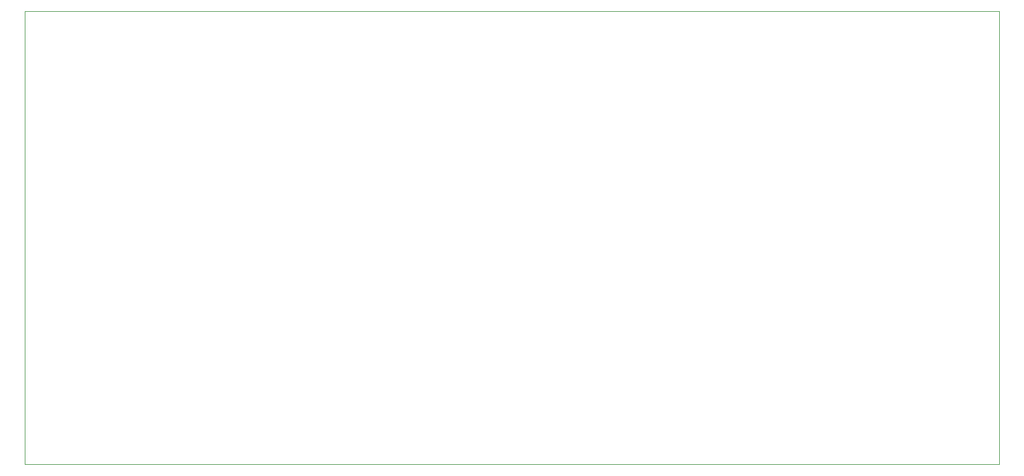
<source format=gbr>
%TF.GenerationSoftware,KiCad,Pcbnew,8.0.6*%
%TF.CreationDate,2024-12-06T19:08:15+01:00*%
%TF.ProjectId,AsicsBoard - 10xBM1370 - 01A,41736963-7342-46f6-9172-64202d203130,rev?*%
%TF.SameCoordinates,Original*%
%TF.FileFunction,Profile,NP*%
%FSLAX46Y46*%
G04 Gerber Fmt 4.6, Leading zero omitted, Abs format (unit mm)*
G04 Created by KiCad (PCBNEW 8.0.6) date 2024-12-06 19:08:15*
%MOMM*%
%LPD*%
G01*
G04 APERTURE LIST*
%TA.AperFunction,Profile*%
%ADD10C,0.100000*%
%TD*%
G04 APERTURE END LIST*
D10*
X204750000Y-55000000D02*
X204750000Y-120000000D01*
X65000000Y-55000000D02*
X65000000Y-120000000D01*
X65000000Y-120000000D02*
X204750000Y-120000000D01*
X65000000Y-55000000D02*
X204750000Y-55000000D01*
M02*

</source>
